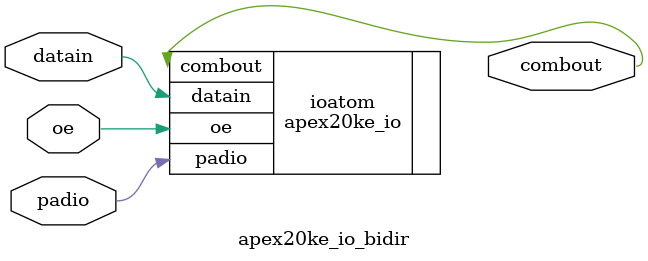
<source format=v>
module apex20ke_io_bidir(datain, combout, padio, oe);
   input datain;
   output combout;
   inout padio;
   input  oe;
   
   parameter operation_mode = "bidir";
   parameter feedback_mode = "from_pin";

   apex20ke_io ioatom (.datain(datain),
		       .combout(combout),
		       .padio(padio),
		       .oe(oe));
   defparam ioatom.operation_mode = operation_mode,
	    ioatom.feedback_mode = feedback_mode;

endmodule // apex20ke_io_bidir


</source>
